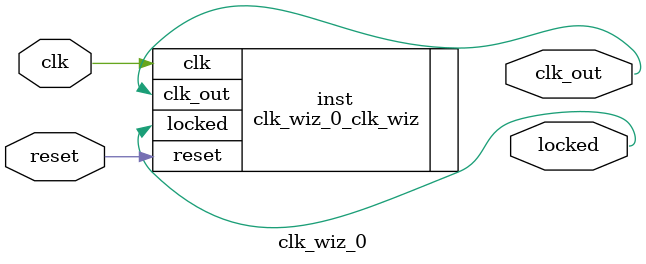
<source format=v>


`timescale 1ps/1ps

(* CORE_GENERATION_INFO = "clk_wiz_0,clk_wiz_v6_0_15_0_0,{component_name=clk_wiz_0,use_phase_alignment=false,use_min_o_jitter=false,use_max_i_jitter=false,use_dyn_phase_shift=false,use_inclk_switchover=false,use_dyn_reconfig=false,enable_axi=0,feedback_source=FDBK_AUTO,PRIMITIVE=MMCM,num_out_clk=1,clkin1_period=10.000,clkin2_period=10.000,use_power_down=false,use_reset=true,use_locked=true,use_inclk_stopped=false,feedback_type=SINGLE,CLOCK_MGR_TYPE=NA,manual_override=false}" *)

module clk_wiz_0 
 (
  // Clock out ports
  output        clk_out,
  // Status and control signals
  input         reset,
  output        locked,
 // Clock in ports
  input         clk
 );

  clk_wiz_0_clk_wiz inst
  (
  // Clock out ports  
  .clk_out(clk_out),
  // Status and control signals               
  .reset(reset), 
  .locked(locked),
 // Clock in ports
  .clk(clk)
  );

endmodule

</source>
